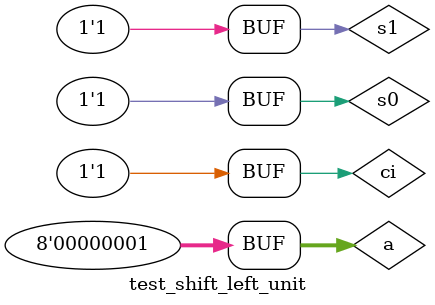
<source format=v>
module mux4to1(sel0, sel1, i0, i1, i2, i3, f);
    input sel0, sel1, i0, i1, i2, i3;
    output f;
    
    wire ns0, ns1;
    assign ns0 = ~sel0;
    assign ns1 = ~sel1;
    
    wire w0, w1, w2, w3;
    assign w0 = ns1 & ns0 & i0;
    assign w1 = ns1 & sel0 & i1;
    assign w2 = sel1 & ns0 & i2;
    assign w3 = sel1 & sel0 & i3;
    
    assign f = w0 | w1 | w2 | w3;
endmodule

// Shift Left Unit 8-bit
module shift_left_unit(sel0, sel1, x, cin, f, cout, overflow);
    input sel0, sel1, cin;
    input [7:0] x;
    output cout, overflow;
    output [7:0] f;
    
    wire q;
    assign q = x[6] ^ x[7];
    
    mux4to1 mx0(.i0(x[0]), .i1(x[0]), .i2(x[0]), .i3(x[0]), .sel0(sel0), .sel1(sel1), .f(f[1]));
    mux4to1 mx1(.i0(x[1]), .i1(x[1]), .i2(x[1]), .i3(x[1]), .sel0(sel0), .sel1(sel1), .f(f[2]));
    mux4to1 mx2(.i0(x[2]), .i1(x[2]), .i2(x[2]), .i3(x[2]), .sel0(sel0), .sel1(sel1), .f(f[3]));
    mux4to1 mx3(.i0(x[3]), .i1(x[3]), .i2(x[3]), .i3(x[3]), .sel0(sel0), .sel1(sel1), .f(f[4]));
    mux4to1 mx4(.i0(x[4]), .i1(x[4]), .i2(x[4]), .i3(x[4]), .sel0(sel0), .sel1(sel1), .f(f[5]));
    mux4to1 mx5(.i0(x[5]), .i1(x[5]), .i2(x[5]), .i3(x[5]), .sel0(sel0), .sel1(sel1), .f(f[6]));
    mux4to1 mx6(.i0(x[6]), .i1(x[6]), .i2(x[6]), .i3(x[6]), .sel0(sel0), .sel1(sel1), .f(f[7]));
    mux4to1 mx7(.i0(1'b0), .i1(x[7]), .i2(cin), .i3(1'b0), .sel0(sel0), .sel1(sel1), .f(f[0]));
    mux4to1 mx8(.i0(), .i1(), .i2(x[7]), .i3(), .sel0(sel0), .sel1(sel1), .f(cout));
    mux4to1 mx9(.i0(), .i1(), .i2(), .i3(q), .sel0(sel0), .sel1(sel1), .f(overflow));
endmodule

// Test Shift Left Unit 8-bit
module test_shift_left_unit;
    reg ci, s0, s1;
    reg [7:0] a;
    wire co, ov;
    wire [7:0] f;
    
    shift_left_unit sru(
        .x(a),
        .cin(ci),
        .sel0(s0),
        .sel1(s1),
        .f(f),
        .cout(co),
        .overflow(ov)
    );

    initial begin
        $monitor("x = %b || cin = %b || sel0 = %b || sel1 = %b ==> f = %b || cout = %b || Overflow = %b",
            a, ci, s0, s1, f, co, ov
        );
        
        a = 8'b001; ci = 1'b1;
        #5
        s1 = 1'b0; s0 = 1'b0;
        #5
        s1 = 1'b0; s0 = 1'b1;
        #5
        s1 = 1'b1; s0 = 1'b0;
        #5
        s1 = 1'b1; s0 = 1'b1;
    end
endmodule
</source>
